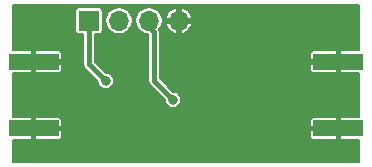
<source format=gbl>
G04 #@! TF.GenerationSoftware,KiCad,Pcbnew,5.1.6-c6e7f7d~86~ubuntu18.04.1*
G04 #@! TF.CreationDate,2020-07-08T22:54:29-04:00*
G04 #@! TF.ProjectId,rf-detector,72662d64-6574-4656-9374-6f722e6b6963,rev?*
G04 #@! TF.SameCoordinates,Original*
G04 #@! TF.FileFunction,Copper,L2,Bot*
G04 #@! TF.FilePolarity,Positive*
%FSLAX46Y46*%
G04 Gerber Fmt 4.6, Leading zero omitted, Abs format (unit mm)*
G04 Created by KiCad (PCBNEW 5.1.6-c6e7f7d~86~ubuntu18.04.1) date 2020-07-08 22:54:29*
%MOMM*%
%LPD*%
G01*
G04 APERTURE LIST*
G04 #@! TA.AperFunction,ComponentPad*
%ADD10R,1.700000X1.700000*%
G04 #@! TD*
G04 #@! TA.AperFunction,ComponentPad*
%ADD11O,1.700000X1.700000*%
G04 #@! TD*
G04 #@! TA.AperFunction,SMDPad,CuDef*
%ADD12R,4.200000X1.350000*%
G04 #@! TD*
G04 #@! TA.AperFunction,ViaPad*
%ADD13C,0.800000*%
G04 #@! TD*
G04 #@! TA.AperFunction,Conductor*
%ADD14C,0.400000*%
G04 #@! TD*
G04 #@! TA.AperFunction,Conductor*
%ADD15C,0.200000*%
G04 #@! TD*
G04 APERTURE END LIST*
D10*
G04 #@! TO.P,J3,1*
G04 #@! TO.N,RF_POW*
X103780000Y-88710000D03*
D11*
G04 #@! TO.P,J3,2*
G04 #@! TO.N,ENABLE*
X106320000Y-88710000D03*
G04 #@! TO.P,J3,3*
X108860000Y-88710000D03*
G04 #@! TO.P,J3,4*
G04 #@! TO.N,GND*
X111400000Y-88710000D03*
G04 #@! TD*
D12*
G04 #@! TO.P,J1,2*
G04 #@! TO.N,GND*
X99100000Y-92175000D03*
X99100000Y-97825000D03*
G04 #@! TD*
G04 #@! TO.P,J2,2*
G04 #@! TO.N,GND*
X124900000Y-92175000D03*
X124900000Y-97825000D03*
G04 #@! TD*
D13*
G04 #@! TO.N,GND*
X116750000Y-96850000D03*
X114880000Y-96800000D03*
X118610000Y-96690000D03*
X118710000Y-93720000D03*
X117370000Y-92330000D03*
X114510000Y-93410000D03*
X114500000Y-94680000D03*
X112730000Y-95000000D03*
X111320000Y-93610000D03*
X99100000Y-90700000D03*
X102000000Y-92100000D03*
X99100000Y-93590000D03*
X99190000Y-96400000D03*
X102110000Y-96840000D03*
X99140000Y-99270000D03*
X124890000Y-90550000D03*
X121930000Y-92090000D03*
X124900000Y-93600000D03*
X124890000Y-96380000D03*
X122100000Y-97800000D03*
X124850000Y-99200000D03*
X123510000Y-96430000D03*
X122200000Y-96500000D03*
X120570000Y-98150000D03*
X119560000Y-99110000D03*
X118330000Y-99320000D03*
X123540000Y-93610000D03*
X122010000Y-93750000D03*
X120690000Y-94560000D03*
X119690000Y-95570000D03*
X116770000Y-99300000D03*
X115210000Y-99300000D03*
X113910000Y-99290000D03*
X112570000Y-99290000D03*
X111170000Y-99310000D03*
X109600000Y-99300000D03*
X108040000Y-99300000D03*
X106430000Y-99330000D03*
X105020000Y-99310000D03*
X103870000Y-98580000D03*
X103060000Y-97790000D03*
X101380000Y-96230000D03*
X101410000Y-93770000D03*
X102690000Y-93930000D03*
X103530000Y-94820000D03*
X104390000Y-95670000D03*
X105300000Y-96580000D03*
X106590000Y-96870000D03*
X108190000Y-96860000D03*
X109720000Y-96870000D03*
X111490000Y-96860000D03*
X113270000Y-96850000D03*
X100570000Y-99280000D03*
X101920000Y-98940000D03*
X100400000Y-90700000D03*
X101600000Y-90900000D03*
X126110000Y-90520000D03*
X122300000Y-90700000D03*
X123590000Y-90550000D03*
X122200000Y-99000000D03*
X123400000Y-99200000D03*
X126100000Y-99200000D03*
X126110000Y-96390000D03*
X126110000Y-93590000D03*
X97870000Y-93620000D03*
X97840000Y-96390000D03*
X97930000Y-99310000D03*
X100290000Y-96360000D03*
X100260000Y-93590000D03*
X97900000Y-90700000D03*
X108160000Y-90760000D03*
X110410000Y-90780000D03*
X111750000Y-90760000D03*
X112990000Y-90760000D03*
X114340000Y-90810000D03*
X115460000Y-90800000D03*
X116710000Y-91040000D03*
X107190000Y-90780000D03*
X107200000Y-93500000D03*
X102000000Y-97800000D03*
X121440000Y-97300000D03*
X126200000Y-87900000D03*
X119500000Y-91100000D03*
X123300000Y-88700000D03*
X119400000Y-88100000D03*
X113900000Y-88200000D03*
X118200000Y-89000000D03*
X101500000Y-87800000D03*
X105000000Y-90700000D03*
X121000000Y-99900000D03*
X103200000Y-99800000D03*
G04 #@! TO.N,RF_POW*
X105200000Y-93800000D03*
G04 #@! TO.N,ENABLE*
X110900000Y-95400000D03*
G04 #@! TD*
D14*
G04 #@! TO.N,RF_POW*
X105200000Y-93800000D02*
X103800000Y-92400000D01*
X103800000Y-88730000D02*
X103780000Y-88710000D01*
X103800000Y-92400000D02*
X103800000Y-88730000D01*
G04 #@! TO.N,ENABLE*
X108860000Y-88710000D02*
X108860000Y-89260000D01*
X108860000Y-89260000D02*
X109300000Y-89700000D01*
X109300000Y-89700000D02*
X109300000Y-93800000D01*
X109300000Y-93800000D02*
X110900000Y-95400000D01*
X110900000Y-95400000D02*
X110900000Y-95400000D01*
G04 #@! TD*
D15*
G04 #@! TO.N,GND*
G36*
X126650000Y-91198820D02*
G01*
X125129000Y-91200000D01*
X125054000Y-91275000D01*
X125054000Y-92021000D01*
X125074000Y-92021000D01*
X125074000Y-92329000D01*
X125054000Y-92329000D01*
X125054000Y-93075000D01*
X125129000Y-93150000D01*
X126650000Y-93151180D01*
X126650001Y-96848820D01*
X125129000Y-96850000D01*
X125054000Y-96925000D01*
X125054000Y-97671000D01*
X125074000Y-97671000D01*
X125074000Y-97979000D01*
X125054000Y-97979000D01*
X125054000Y-98725000D01*
X125129000Y-98800000D01*
X126650001Y-98801180D01*
X126650001Y-100650000D01*
X97350000Y-100650000D01*
X97350000Y-98801180D01*
X98871000Y-98800000D01*
X98946000Y-98725000D01*
X98946000Y-97979000D01*
X99254000Y-97979000D01*
X99254000Y-98725000D01*
X99329000Y-98800000D01*
X101200000Y-98801452D01*
X101258810Y-98795660D01*
X101315361Y-98778505D01*
X101367478Y-98750648D01*
X101413159Y-98713159D01*
X101450648Y-98667478D01*
X101478505Y-98615361D01*
X101495660Y-98558810D01*
X101501452Y-98500000D01*
X122498548Y-98500000D01*
X122504340Y-98558810D01*
X122521495Y-98615361D01*
X122549352Y-98667478D01*
X122586841Y-98713159D01*
X122632522Y-98750648D01*
X122684639Y-98778505D01*
X122741190Y-98795660D01*
X122800000Y-98801452D01*
X124671000Y-98800000D01*
X124746000Y-98725000D01*
X124746000Y-97979000D01*
X122575000Y-97979000D01*
X122500000Y-98054000D01*
X122498548Y-98500000D01*
X101501452Y-98500000D01*
X101500000Y-98054000D01*
X101425000Y-97979000D01*
X99254000Y-97979000D01*
X98946000Y-97979000D01*
X98926000Y-97979000D01*
X98926000Y-97671000D01*
X98946000Y-97671000D01*
X98946000Y-96925000D01*
X99254000Y-96925000D01*
X99254000Y-97671000D01*
X101425000Y-97671000D01*
X101500000Y-97596000D01*
X101501452Y-97150000D01*
X122498548Y-97150000D01*
X122500000Y-97596000D01*
X122575000Y-97671000D01*
X124746000Y-97671000D01*
X124746000Y-96925000D01*
X124671000Y-96850000D01*
X122800000Y-96848548D01*
X122741190Y-96854340D01*
X122684639Y-96871495D01*
X122632522Y-96899352D01*
X122586841Y-96936841D01*
X122549352Y-96982522D01*
X122521495Y-97034639D01*
X122504340Y-97091190D01*
X122498548Y-97150000D01*
X101501452Y-97150000D01*
X101495660Y-97091190D01*
X101478505Y-97034639D01*
X101450648Y-96982522D01*
X101413159Y-96936841D01*
X101367478Y-96899352D01*
X101315361Y-96871495D01*
X101258810Y-96854340D01*
X101200000Y-96848548D01*
X99329000Y-96850000D01*
X99254000Y-96925000D01*
X98946000Y-96925000D01*
X98871000Y-96850000D01*
X97350000Y-96848820D01*
X97350000Y-93151180D01*
X98871000Y-93150000D01*
X98946000Y-93075000D01*
X98946000Y-92329000D01*
X99254000Y-92329000D01*
X99254000Y-93075000D01*
X99329000Y-93150000D01*
X101200000Y-93151452D01*
X101258810Y-93145660D01*
X101315361Y-93128505D01*
X101367478Y-93100648D01*
X101413159Y-93063159D01*
X101450648Y-93017478D01*
X101478505Y-92965361D01*
X101495660Y-92908810D01*
X101501452Y-92850000D01*
X101500000Y-92404000D01*
X101425000Y-92329000D01*
X99254000Y-92329000D01*
X98946000Y-92329000D01*
X98926000Y-92329000D01*
X98926000Y-92021000D01*
X98946000Y-92021000D01*
X98946000Y-91275000D01*
X99254000Y-91275000D01*
X99254000Y-92021000D01*
X101425000Y-92021000D01*
X101500000Y-91946000D01*
X101501452Y-91500000D01*
X101495660Y-91441190D01*
X101478505Y-91384639D01*
X101450648Y-91332522D01*
X101413159Y-91286841D01*
X101367478Y-91249352D01*
X101315361Y-91221495D01*
X101258810Y-91204340D01*
X101200000Y-91198548D01*
X99329000Y-91200000D01*
X99254000Y-91275000D01*
X98946000Y-91275000D01*
X98871000Y-91200000D01*
X97350000Y-91198820D01*
X97350000Y-87860000D01*
X102628549Y-87860000D01*
X102628549Y-89560000D01*
X102634341Y-89618810D01*
X102651496Y-89675360D01*
X102679353Y-89727477D01*
X102716842Y-89773158D01*
X102762523Y-89810647D01*
X102814640Y-89838504D01*
X102871190Y-89855659D01*
X102930000Y-89861451D01*
X103300001Y-89861451D01*
X103300000Y-92375440D01*
X103297581Y-92400000D01*
X103300000Y-92424559D01*
X103307235Y-92498016D01*
X103335825Y-92592266D01*
X103382254Y-92679129D01*
X103444736Y-92755264D01*
X103463824Y-92770929D01*
X104500000Y-93807106D01*
X104500000Y-93868944D01*
X104526901Y-94004182D01*
X104579668Y-94131574D01*
X104656274Y-94246224D01*
X104753776Y-94343726D01*
X104868426Y-94420332D01*
X104995818Y-94473099D01*
X105131056Y-94500000D01*
X105268944Y-94500000D01*
X105404182Y-94473099D01*
X105531574Y-94420332D01*
X105646224Y-94343726D01*
X105743726Y-94246224D01*
X105820332Y-94131574D01*
X105873099Y-94004182D01*
X105900000Y-93868944D01*
X105900000Y-93731056D01*
X105873099Y-93595818D01*
X105820332Y-93468426D01*
X105743726Y-93353776D01*
X105646224Y-93256274D01*
X105531574Y-93179668D01*
X105404182Y-93126901D01*
X105268944Y-93100000D01*
X105207106Y-93100000D01*
X104300000Y-92192895D01*
X104300000Y-89861451D01*
X104630000Y-89861451D01*
X104688810Y-89855659D01*
X104745360Y-89838504D01*
X104797477Y-89810647D01*
X104843158Y-89773158D01*
X104880647Y-89727477D01*
X104908504Y-89675360D01*
X104925659Y-89618810D01*
X104931451Y-89560000D01*
X104931451Y-88596735D01*
X105170000Y-88596735D01*
X105170000Y-88823265D01*
X105214194Y-89045443D01*
X105300884Y-89254729D01*
X105426737Y-89443082D01*
X105586918Y-89603263D01*
X105775271Y-89729116D01*
X105984557Y-89815806D01*
X106206735Y-89860000D01*
X106433265Y-89860000D01*
X106655443Y-89815806D01*
X106864729Y-89729116D01*
X107053082Y-89603263D01*
X107213263Y-89443082D01*
X107339116Y-89254729D01*
X107425806Y-89045443D01*
X107470000Y-88823265D01*
X107470000Y-88596735D01*
X107710000Y-88596735D01*
X107710000Y-88823265D01*
X107754194Y-89045443D01*
X107840884Y-89254729D01*
X107966737Y-89443082D01*
X108126918Y-89603263D01*
X108315271Y-89729116D01*
X108524557Y-89815806D01*
X108746735Y-89860000D01*
X108752894Y-89860000D01*
X108800000Y-89907106D01*
X108800001Y-93775430D01*
X108797581Y-93800000D01*
X108807235Y-93898017D01*
X108835826Y-93992267D01*
X108882255Y-94079129D01*
X108944737Y-94155264D01*
X108963819Y-94170924D01*
X110200000Y-95407107D01*
X110200000Y-95468944D01*
X110226901Y-95604182D01*
X110279668Y-95731574D01*
X110356274Y-95846224D01*
X110453776Y-95943726D01*
X110568426Y-96020332D01*
X110695818Y-96073099D01*
X110831056Y-96100000D01*
X110968944Y-96100000D01*
X111104182Y-96073099D01*
X111231574Y-96020332D01*
X111346224Y-95943726D01*
X111443726Y-95846224D01*
X111520332Y-95731574D01*
X111573099Y-95604182D01*
X111600000Y-95468944D01*
X111600000Y-95331056D01*
X111573099Y-95195818D01*
X111520332Y-95068426D01*
X111443726Y-94953776D01*
X111346224Y-94856274D01*
X111231574Y-94779668D01*
X111104182Y-94726901D01*
X110968944Y-94700000D01*
X110907107Y-94700000D01*
X109800000Y-93592895D01*
X109800000Y-92850000D01*
X122498548Y-92850000D01*
X122504340Y-92908810D01*
X122521495Y-92965361D01*
X122549352Y-93017478D01*
X122586841Y-93063159D01*
X122632522Y-93100648D01*
X122684639Y-93128505D01*
X122741190Y-93145660D01*
X122800000Y-93151452D01*
X124671000Y-93150000D01*
X124746000Y-93075000D01*
X124746000Y-92329000D01*
X122575000Y-92329000D01*
X122500000Y-92404000D01*
X122498548Y-92850000D01*
X109800000Y-92850000D01*
X109800000Y-91500000D01*
X122498548Y-91500000D01*
X122500000Y-91946000D01*
X122575000Y-92021000D01*
X124746000Y-92021000D01*
X124746000Y-91275000D01*
X124671000Y-91200000D01*
X122800000Y-91198548D01*
X122741190Y-91204340D01*
X122684639Y-91221495D01*
X122632522Y-91249352D01*
X122586841Y-91286841D01*
X122549352Y-91332522D01*
X122521495Y-91384639D01*
X122504340Y-91441190D01*
X122498548Y-91500000D01*
X109800000Y-91500000D01*
X109800000Y-89724560D01*
X109802419Y-89700000D01*
X109792765Y-89601983D01*
X109791157Y-89596681D01*
X109764175Y-89507733D01*
X109737854Y-89458491D01*
X109753263Y-89443082D01*
X109879116Y-89254729D01*
X109965806Y-89045443D01*
X109966812Y-89040385D01*
X110298472Y-89040385D01*
X110384092Y-89248934D01*
X110508753Y-89436772D01*
X110667664Y-89596681D01*
X110854719Y-89722515D01*
X111062728Y-89809439D01*
X111069617Y-89811520D01*
X111246000Y-89773912D01*
X111246000Y-88864000D01*
X111554000Y-88864000D01*
X111554000Y-89773912D01*
X111730383Y-89811520D01*
X111737272Y-89809439D01*
X111945281Y-89722515D01*
X112132336Y-89596681D01*
X112291247Y-89436772D01*
X112415908Y-89248934D01*
X112501528Y-89040385D01*
X112464650Y-88864000D01*
X111554000Y-88864000D01*
X111246000Y-88864000D01*
X110335350Y-88864000D01*
X110298472Y-89040385D01*
X109966812Y-89040385D01*
X110010000Y-88823265D01*
X110010000Y-88596735D01*
X109966813Y-88379615D01*
X110298472Y-88379615D01*
X110335350Y-88556000D01*
X111246000Y-88556000D01*
X111246000Y-87646088D01*
X111554000Y-87646088D01*
X111554000Y-88556000D01*
X112464650Y-88556000D01*
X112501528Y-88379615D01*
X112415908Y-88171066D01*
X112291247Y-87983228D01*
X112132336Y-87823319D01*
X111945281Y-87697485D01*
X111737272Y-87610561D01*
X111730383Y-87608480D01*
X111554000Y-87646088D01*
X111246000Y-87646088D01*
X111069617Y-87608480D01*
X111062728Y-87610561D01*
X110854719Y-87697485D01*
X110667664Y-87823319D01*
X110508753Y-87983228D01*
X110384092Y-88171066D01*
X110298472Y-88379615D01*
X109966813Y-88379615D01*
X109965806Y-88374557D01*
X109879116Y-88165271D01*
X109753263Y-87976918D01*
X109593082Y-87816737D01*
X109404729Y-87690884D01*
X109195443Y-87604194D01*
X108973265Y-87560000D01*
X108746735Y-87560000D01*
X108524557Y-87604194D01*
X108315271Y-87690884D01*
X108126918Y-87816737D01*
X107966737Y-87976918D01*
X107840884Y-88165271D01*
X107754194Y-88374557D01*
X107710000Y-88596735D01*
X107470000Y-88596735D01*
X107425806Y-88374557D01*
X107339116Y-88165271D01*
X107213263Y-87976918D01*
X107053082Y-87816737D01*
X106864729Y-87690884D01*
X106655443Y-87604194D01*
X106433265Y-87560000D01*
X106206735Y-87560000D01*
X105984557Y-87604194D01*
X105775271Y-87690884D01*
X105586918Y-87816737D01*
X105426737Y-87976918D01*
X105300884Y-88165271D01*
X105214194Y-88374557D01*
X105170000Y-88596735D01*
X104931451Y-88596735D01*
X104931451Y-87860000D01*
X104925659Y-87801190D01*
X104908504Y-87744640D01*
X104880647Y-87692523D01*
X104843158Y-87646842D01*
X104797477Y-87609353D01*
X104745360Y-87581496D01*
X104688810Y-87564341D01*
X104630000Y-87558549D01*
X102930000Y-87558549D01*
X102871190Y-87564341D01*
X102814640Y-87581496D01*
X102762523Y-87609353D01*
X102716842Y-87646842D01*
X102679353Y-87692523D01*
X102651496Y-87744640D01*
X102634341Y-87801190D01*
X102628549Y-87860000D01*
X97350000Y-87860000D01*
X97350000Y-87350000D01*
X126650000Y-87350000D01*
X126650000Y-91198820D01*
G37*
X126650000Y-91198820D02*
X125129000Y-91200000D01*
X125054000Y-91275000D01*
X125054000Y-92021000D01*
X125074000Y-92021000D01*
X125074000Y-92329000D01*
X125054000Y-92329000D01*
X125054000Y-93075000D01*
X125129000Y-93150000D01*
X126650000Y-93151180D01*
X126650001Y-96848820D01*
X125129000Y-96850000D01*
X125054000Y-96925000D01*
X125054000Y-97671000D01*
X125074000Y-97671000D01*
X125074000Y-97979000D01*
X125054000Y-97979000D01*
X125054000Y-98725000D01*
X125129000Y-98800000D01*
X126650001Y-98801180D01*
X126650001Y-100650000D01*
X97350000Y-100650000D01*
X97350000Y-98801180D01*
X98871000Y-98800000D01*
X98946000Y-98725000D01*
X98946000Y-97979000D01*
X99254000Y-97979000D01*
X99254000Y-98725000D01*
X99329000Y-98800000D01*
X101200000Y-98801452D01*
X101258810Y-98795660D01*
X101315361Y-98778505D01*
X101367478Y-98750648D01*
X101413159Y-98713159D01*
X101450648Y-98667478D01*
X101478505Y-98615361D01*
X101495660Y-98558810D01*
X101501452Y-98500000D01*
X122498548Y-98500000D01*
X122504340Y-98558810D01*
X122521495Y-98615361D01*
X122549352Y-98667478D01*
X122586841Y-98713159D01*
X122632522Y-98750648D01*
X122684639Y-98778505D01*
X122741190Y-98795660D01*
X122800000Y-98801452D01*
X124671000Y-98800000D01*
X124746000Y-98725000D01*
X124746000Y-97979000D01*
X122575000Y-97979000D01*
X122500000Y-98054000D01*
X122498548Y-98500000D01*
X101501452Y-98500000D01*
X101500000Y-98054000D01*
X101425000Y-97979000D01*
X99254000Y-97979000D01*
X98946000Y-97979000D01*
X98926000Y-97979000D01*
X98926000Y-97671000D01*
X98946000Y-97671000D01*
X98946000Y-96925000D01*
X99254000Y-96925000D01*
X99254000Y-97671000D01*
X101425000Y-97671000D01*
X101500000Y-97596000D01*
X101501452Y-97150000D01*
X122498548Y-97150000D01*
X122500000Y-97596000D01*
X122575000Y-97671000D01*
X124746000Y-97671000D01*
X124746000Y-96925000D01*
X124671000Y-96850000D01*
X122800000Y-96848548D01*
X122741190Y-96854340D01*
X122684639Y-96871495D01*
X122632522Y-96899352D01*
X122586841Y-96936841D01*
X122549352Y-96982522D01*
X122521495Y-97034639D01*
X122504340Y-97091190D01*
X122498548Y-97150000D01*
X101501452Y-97150000D01*
X101495660Y-97091190D01*
X101478505Y-97034639D01*
X101450648Y-96982522D01*
X101413159Y-96936841D01*
X101367478Y-96899352D01*
X101315361Y-96871495D01*
X101258810Y-96854340D01*
X101200000Y-96848548D01*
X99329000Y-96850000D01*
X99254000Y-96925000D01*
X98946000Y-96925000D01*
X98871000Y-96850000D01*
X97350000Y-96848820D01*
X97350000Y-93151180D01*
X98871000Y-93150000D01*
X98946000Y-93075000D01*
X98946000Y-92329000D01*
X99254000Y-92329000D01*
X99254000Y-93075000D01*
X99329000Y-93150000D01*
X101200000Y-93151452D01*
X101258810Y-93145660D01*
X101315361Y-93128505D01*
X101367478Y-93100648D01*
X101413159Y-93063159D01*
X101450648Y-93017478D01*
X101478505Y-92965361D01*
X101495660Y-92908810D01*
X101501452Y-92850000D01*
X101500000Y-92404000D01*
X101425000Y-92329000D01*
X99254000Y-92329000D01*
X98946000Y-92329000D01*
X98926000Y-92329000D01*
X98926000Y-92021000D01*
X98946000Y-92021000D01*
X98946000Y-91275000D01*
X99254000Y-91275000D01*
X99254000Y-92021000D01*
X101425000Y-92021000D01*
X101500000Y-91946000D01*
X101501452Y-91500000D01*
X101495660Y-91441190D01*
X101478505Y-91384639D01*
X101450648Y-91332522D01*
X101413159Y-91286841D01*
X101367478Y-91249352D01*
X101315361Y-91221495D01*
X101258810Y-91204340D01*
X101200000Y-91198548D01*
X99329000Y-91200000D01*
X99254000Y-91275000D01*
X98946000Y-91275000D01*
X98871000Y-91200000D01*
X97350000Y-91198820D01*
X97350000Y-87860000D01*
X102628549Y-87860000D01*
X102628549Y-89560000D01*
X102634341Y-89618810D01*
X102651496Y-89675360D01*
X102679353Y-89727477D01*
X102716842Y-89773158D01*
X102762523Y-89810647D01*
X102814640Y-89838504D01*
X102871190Y-89855659D01*
X102930000Y-89861451D01*
X103300001Y-89861451D01*
X103300000Y-92375440D01*
X103297581Y-92400000D01*
X103300000Y-92424559D01*
X103307235Y-92498016D01*
X103335825Y-92592266D01*
X103382254Y-92679129D01*
X103444736Y-92755264D01*
X103463824Y-92770929D01*
X104500000Y-93807106D01*
X104500000Y-93868944D01*
X104526901Y-94004182D01*
X104579668Y-94131574D01*
X104656274Y-94246224D01*
X104753776Y-94343726D01*
X104868426Y-94420332D01*
X104995818Y-94473099D01*
X105131056Y-94500000D01*
X105268944Y-94500000D01*
X105404182Y-94473099D01*
X105531574Y-94420332D01*
X105646224Y-94343726D01*
X105743726Y-94246224D01*
X105820332Y-94131574D01*
X105873099Y-94004182D01*
X105900000Y-93868944D01*
X105900000Y-93731056D01*
X105873099Y-93595818D01*
X105820332Y-93468426D01*
X105743726Y-93353776D01*
X105646224Y-93256274D01*
X105531574Y-93179668D01*
X105404182Y-93126901D01*
X105268944Y-93100000D01*
X105207106Y-93100000D01*
X104300000Y-92192895D01*
X104300000Y-89861451D01*
X104630000Y-89861451D01*
X104688810Y-89855659D01*
X104745360Y-89838504D01*
X104797477Y-89810647D01*
X104843158Y-89773158D01*
X104880647Y-89727477D01*
X104908504Y-89675360D01*
X104925659Y-89618810D01*
X104931451Y-89560000D01*
X104931451Y-88596735D01*
X105170000Y-88596735D01*
X105170000Y-88823265D01*
X105214194Y-89045443D01*
X105300884Y-89254729D01*
X105426737Y-89443082D01*
X105586918Y-89603263D01*
X105775271Y-89729116D01*
X105984557Y-89815806D01*
X106206735Y-89860000D01*
X106433265Y-89860000D01*
X106655443Y-89815806D01*
X106864729Y-89729116D01*
X107053082Y-89603263D01*
X107213263Y-89443082D01*
X107339116Y-89254729D01*
X107425806Y-89045443D01*
X107470000Y-88823265D01*
X107470000Y-88596735D01*
X107710000Y-88596735D01*
X107710000Y-88823265D01*
X107754194Y-89045443D01*
X107840884Y-89254729D01*
X107966737Y-89443082D01*
X108126918Y-89603263D01*
X108315271Y-89729116D01*
X108524557Y-89815806D01*
X108746735Y-89860000D01*
X108752894Y-89860000D01*
X108800000Y-89907106D01*
X108800001Y-93775430D01*
X108797581Y-93800000D01*
X108807235Y-93898017D01*
X108835826Y-93992267D01*
X108882255Y-94079129D01*
X108944737Y-94155264D01*
X108963819Y-94170924D01*
X110200000Y-95407107D01*
X110200000Y-95468944D01*
X110226901Y-95604182D01*
X110279668Y-95731574D01*
X110356274Y-95846224D01*
X110453776Y-95943726D01*
X110568426Y-96020332D01*
X110695818Y-96073099D01*
X110831056Y-96100000D01*
X110968944Y-96100000D01*
X111104182Y-96073099D01*
X111231574Y-96020332D01*
X111346224Y-95943726D01*
X111443726Y-95846224D01*
X111520332Y-95731574D01*
X111573099Y-95604182D01*
X111600000Y-95468944D01*
X111600000Y-95331056D01*
X111573099Y-95195818D01*
X111520332Y-95068426D01*
X111443726Y-94953776D01*
X111346224Y-94856274D01*
X111231574Y-94779668D01*
X111104182Y-94726901D01*
X110968944Y-94700000D01*
X110907107Y-94700000D01*
X109800000Y-93592895D01*
X109800000Y-92850000D01*
X122498548Y-92850000D01*
X122504340Y-92908810D01*
X122521495Y-92965361D01*
X122549352Y-93017478D01*
X122586841Y-93063159D01*
X122632522Y-93100648D01*
X122684639Y-93128505D01*
X122741190Y-93145660D01*
X122800000Y-93151452D01*
X124671000Y-93150000D01*
X124746000Y-93075000D01*
X124746000Y-92329000D01*
X122575000Y-92329000D01*
X122500000Y-92404000D01*
X122498548Y-92850000D01*
X109800000Y-92850000D01*
X109800000Y-91500000D01*
X122498548Y-91500000D01*
X122500000Y-91946000D01*
X122575000Y-92021000D01*
X124746000Y-92021000D01*
X124746000Y-91275000D01*
X124671000Y-91200000D01*
X122800000Y-91198548D01*
X122741190Y-91204340D01*
X122684639Y-91221495D01*
X122632522Y-91249352D01*
X122586841Y-91286841D01*
X122549352Y-91332522D01*
X122521495Y-91384639D01*
X122504340Y-91441190D01*
X122498548Y-91500000D01*
X109800000Y-91500000D01*
X109800000Y-89724560D01*
X109802419Y-89700000D01*
X109792765Y-89601983D01*
X109791157Y-89596681D01*
X109764175Y-89507733D01*
X109737854Y-89458491D01*
X109753263Y-89443082D01*
X109879116Y-89254729D01*
X109965806Y-89045443D01*
X109966812Y-89040385D01*
X110298472Y-89040385D01*
X110384092Y-89248934D01*
X110508753Y-89436772D01*
X110667664Y-89596681D01*
X110854719Y-89722515D01*
X111062728Y-89809439D01*
X111069617Y-89811520D01*
X111246000Y-89773912D01*
X111246000Y-88864000D01*
X111554000Y-88864000D01*
X111554000Y-89773912D01*
X111730383Y-89811520D01*
X111737272Y-89809439D01*
X111945281Y-89722515D01*
X112132336Y-89596681D01*
X112291247Y-89436772D01*
X112415908Y-89248934D01*
X112501528Y-89040385D01*
X112464650Y-88864000D01*
X111554000Y-88864000D01*
X111246000Y-88864000D01*
X110335350Y-88864000D01*
X110298472Y-89040385D01*
X109966812Y-89040385D01*
X110010000Y-88823265D01*
X110010000Y-88596735D01*
X109966813Y-88379615D01*
X110298472Y-88379615D01*
X110335350Y-88556000D01*
X111246000Y-88556000D01*
X111246000Y-87646088D01*
X111554000Y-87646088D01*
X111554000Y-88556000D01*
X112464650Y-88556000D01*
X112501528Y-88379615D01*
X112415908Y-88171066D01*
X112291247Y-87983228D01*
X112132336Y-87823319D01*
X111945281Y-87697485D01*
X111737272Y-87610561D01*
X111730383Y-87608480D01*
X111554000Y-87646088D01*
X111246000Y-87646088D01*
X111069617Y-87608480D01*
X111062728Y-87610561D01*
X110854719Y-87697485D01*
X110667664Y-87823319D01*
X110508753Y-87983228D01*
X110384092Y-88171066D01*
X110298472Y-88379615D01*
X109966813Y-88379615D01*
X109965806Y-88374557D01*
X109879116Y-88165271D01*
X109753263Y-87976918D01*
X109593082Y-87816737D01*
X109404729Y-87690884D01*
X109195443Y-87604194D01*
X108973265Y-87560000D01*
X108746735Y-87560000D01*
X108524557Y-87604194D01*
X108315271Y-87690884D01*
X108126918Y-87816737D01*
X107966737Y-87976918D01*
X107840884Y-88165271D01*
X107754194Y-88374557D01*
X107710000Y-88596735D01*
X107470000Y-88596735D01*
X107425806Y-88374557D01*
X107339116Y-88165271D01*
X107213263Y-87976918D01*
X107053082Y-87816737D01*
X106864729Y-87690884D01*
X106655443Y-87604194D01*
X106433265Y-87560000D01*
X106206735Y-87560000D01*
X105984557Y-87604194D01*
X105775271Y-87690884D01*
X105586918Y-87816737D01*
X105426737Y-87976918D01*
X105300884Y-88165271D01*
X105214194Y-88374557D01*
X105170000Y-88596735D01*
X104931451Y-88596735D01*
X104931451Y-87860000D01*
X104925659Y-87801190D01*
X104908504Y-87744640D01*
X104880647Y-87692523D01*
X104843158Y-87646842D01*
X104797477Y-87609353D01*
X104745360Y-87581496D01*
X104688810Y-87564341D01*
X104630000Y-87558549D01*
X102930000Y-87558549D01*
X102871190Y-87564341D01*
X102814640Y-87581496D01*
X102762523Y-87609353D01*
X102716842Y-87646842D01*
X102679353Y-87692523D01*
X102651496Y-87744640D01*
X102634341Y-87801190D01*
X102628549Y-87860000D01*
X97350000Y-87860000D01*
X97350000Y-87350000D01*
X126650000Y-87350000D01*
X126650000Y-91198820D01*
G04 #@! TD*
M02*

</source>
